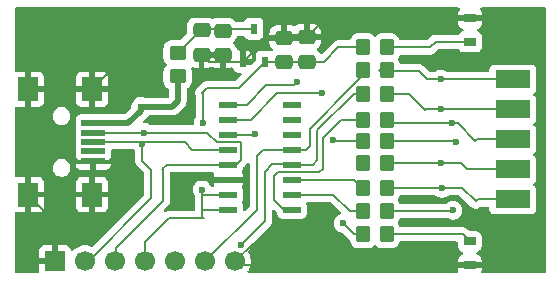
<source format=gbr>
%TF.GenerationSoftware,KiCad,Pcbnew,9.0.6*%
%TF.CreationDate,2025-12-15T15:35:09+00:00*%
%TF.ProjectId,_2 Blaster,a3322042-6c61-4737-9465-722e6b696361,rev?*%
%TF.SameCoordinates,Original*%
%TF.FileFunction,Copper,L1,Top*%
%TF.FilePolarity,Positive*%
%FSLAX46Y46*%
G04 Gerber Fmt 4.6, Leading zero omitted, Abs format (unit mm)*
G04 Created by KiCad (PCBNEW 9.0.6) date 2025-12-15 15:35:09*
%MOMM*%
%LPD*%
G01*
G04 APERTURE LIST*
G04 Aperture macros list*
%AMRoundRect*
0 Rectangle with rounded corners*
0 $1 Rounding radius*
0 $2 $3 $4 $5 $6 $7 $8 $9 X,Y pos of 4 corners*
0 Add a 4 corners polygon primitive as box body*
4,1,4,$2,$3,$4,$5,$6,$7,$8,$9,$2,$3,0*
0 Add four circle primitives for the rounded corners*
1,1,$1+$1,$2,$3*
1,1,$1+$1,$4,$5*
1,1,$1+$1,$6,$7*
1,1,$1+$1,$8,$9*
0 Add four rect primitives between the rounded corners*
20,1,$1+$1,$2,$3,$4,$5,0*
20,1,$1+$1,$4,$5,$6,$7,0*
20,1,$1+$1,$6,$7,$8,$9,0*
20,1,$1+$1,$8,$9,$2,$3,0*%
G04 Aperture macros list end*
%TA.AperFunction,SMDPad,CuDef*%
%ADD10RoundRect,0.250000X0.475000X-0.337500X0.475000X0.337500X-0.475000X0.337500X-0.475000X-0.337500X0*%
%TD*%
%TA.AperFunction,SMDPad,CuDef*%
%ADD11RoundRect,0.250000X-0.350000X-0.450000X0.350000X-0.450000X0.350000X0.450000X-0.350000X0.450000X0*%
%TD*%
%TA.AperFunction,SMDPad,CuDef*%
%ADD12R,1.000000X0.800000*%
%TD*%
%TA.AperFunction,SMDPad,CuDef*%
%ADD13R,3.000000X1.524000*%
%TD*%
%TA.AperFunction,SMDPad,CuDef*%
%ADD14R,1.500000X0.600000*%
%TD*%
%TA.AperFunction,SMDPad,CuDef*%
%ADD15RoundRect,0.250000X0.450000X-0.350000X0.450000X0.350000X-0.450000X0.350000X-0.450000X-0.350000X0*%
%TD*%
%TA.AperFunction,SMDPad,CuDef*%
%ADD16RoundRect,0.250000X-0.475000X0.337500X-0.475000X-0.337500X0.475000X-0.337500X0.475000X0.337500X0*%
%TD*%
%TA.AperFunction,SMDPad,CuDef*%
%ADD17R,0.600000X0.900000*%
%TD*%
%TA.AperFunction,SMDPad,CuDef*%
%ADD18R,2.000000X0.500000*%
%TD*%
%TA.AperFunction,SMDPad,CuDef*%
%ADD19R,1.700000X2.000000*%
%TD*%
%TA.AperFunction,ComponentPad*%
%ADD20R,1.700000X1.700000*%
%TD*%
%TA.AperFunction,ComponentPad*%
%ADD21C,1.700000*%
%TD*%
%TA.AperFunction,ViaPad*%
%ADD22C,0.600000*%
%TD*%
%TA.AperFunction,Conductor*%
%ADD23C,0.200000*%
%TD*%
%TA.AperFunction,Conductor*%
%ADD24C,0.500000*%
%TD*%
G04 APERTURE END LIST*
D10*
%TO.P,C5,1*%
%TO.N,+3V3*%
X114233325Y-88096000D03*
%TO.P,C5,2*%
%TO.N,GND*%
X114233325Y-86021000D03*
%TD*%
D11*
%TO.P,R6,1*%
%TO.N,NCE1*%
X119000000Y-94789625D03*
%TO.P,R6,2*%
%TO.N,NCE*%
X121000000Y-94789625D03*
%TD*%
%TO.P,R5,1*%
%TO.N,TMSI*%
X119000000Y-93056075D03*
%TO.P,R5,2*%
%TO.N,TMS*%
X121000000Y-93056075D03*
%TD*%
D12*
%TO.P,D1,1,K*%
%TO.N,GND*%
X128069975Y-84410675D03*
%TO.P,D1,2,A*%
%TO.N,Net-(D1-A)*%
X128069975Y-86410675D03*
%TD*%
D11*
%TO.P,R3,1*%
%TO.N,+3V3*%
X119000000Y-86893400D03*
%TO.P,R3,2*%
%TO.N,Net-(D1-A)*%
X121000000Y-86893400D03*
%TD*%
%TO.P,R9,1*%
%TO.N,NCSI*%
X119000000Y-100764975D03*
%TO.P,R9,2*%
%TO.N,NCS*%
X121000000Y-100764975D03*
%TD*%
D13*
%TO.P,JTAG1,1,1*%
%TO.N,TCK*%
X131667250Y-89601675D03*
%TO.P,JTAG1,3,3*%
%TO.N,TDO*%
X131667250Y-92141675D03*
%TO.P,JTAG1,5,5*%
%TO.N,TMS*%
X131667250Y-94681675D03*
%TO.P,JTAG1,7,7*%
%TO.N,ASDO*%
X131667250Y-97221675D03*
%TO.P,JTAG1,9,9*%
%TO.N,TDI*%
X131667250Y-99761675D03*
%TD*%
D11*
%TO.P,R8,1*%
%TO.N,TDII*%
X119000000Y-98809175D03*
%TO.P,R8,2*%
%TO.N,TDI*%
X121000000Y-98809175D03*
%TD*%
D14*
%TO.P,U2,1,P3.2/TXD1/INT0/VBUS1/AIN3*%
%TO.N,TMSI*%
X113000000Y-100618925D03*
%TO.P,U2,2,P1.4/T2/CAP1/SCS/TIN2/UCC1/AIN1*%
%TO.N,NCSI*%
X113000000Y-99348925D03*
%TO.P,U2,3,P1.5/MOSI/PWM1/TIN3/UCC2/AIN2*%
%TO.N,TDII*%
X113000000Y-98078925D03*
%TO.P,U2,4,P1.6/MISO/RXD1/TIN4*%
%TO.N,RXD*%
X113000000Y-96808925D03*
%TO.P,U2,5,P1.7/SCK/TXD1/TIN5*%
%TO.N,TCKI*%
X113000000Y-95538925D03*
%TO.P,U2,6,RST/T2EX/CAP2*%
%TO.N,RST*%
X113000000Y-94268925D03*
%TO.P,U2,7,P3.1/PWM2/TXD*%
%TO.N,unconnected-(U2-P3.1{slash}PWM2{slash}TXD-Pad7)*%
X113000000Y-92998925D03*
%TO.P,U2,8,P3.0/PWM1/RXD*%
%TO.N,unconnected-(U2-P3.0{slash}PWM1{slash}RXD-Pad8)*%
X113000000Y-91728925D03*
%TO.P,U2,9,P1.1/T2EX/CAP2/TIN1/VBUS2/AIN0*%
%TO.N,ENABLE*%
X107600000Y-91728925D03*
%TO.P,U2,10,P3.3/INT1*%
%TO.N,ASDOI*%
X107600000Y-92998925D03*
%TO.P,U2,11,P3.4/PWM2/RXD1/T0*%
%TO.N,NCE1*%
X107600000Y-94268925D03*
%TO.P,U2,12,P3.6/UDP*%
%TO.N,DATA+*%
X107600000Y-95538925D03*
%TO.P,U2,13,P3.7/UDM*%
%TO.N,DATA-*%
X107600000Y-96808925D03*
%TO.P,U2,14,GND/VSS*%
%TO.N,GND*%
X107600000Y-98078925D03*
%TO.P,U2,15,VCC/VDD*%
%TO.N,+3V3*%
X107600000Y-99348925D03*
%TO.P,U2,16,V33*%
X107600000Y-100618925D03*
%TD*%
D15*
%TO.P,FS1,1*%
%TO.N,VIN*%
X103311325Y-89347550D03*
%TO.P,FS1,2*%
%TO.N,Net-(U1-VIN)*%
X103311325Y-87347550D03*
%TD*%
D16*
%TO.P,C7,1*%
%TO.N,Net-(U1-VIN)*%
X107114975Y-85472450D03*
%TO.P,C7,2*%
%TO.N,GND*%
X107114975Y-87547450D03*
%TD*%
%TO.P,C1,1*%
%TO.N,Net-(U1-VIN)*%
X105333800Y-85437525D03*
%TO.P,C1,2*%
%TO.N,GND*%
X105333800Y-87512525D03*
%TD*%
D17*
%TO.P,U1,1,VSS*%
%TO.N,GND*%
X108809075Y-88106250D03*
%TO.P,U1,2,VOUT*%
%TO.N,+3V3*%
X110709075Y-88106250D03*
%TO.P,U1,3,VIN*%
%TO.N,Net-(U1-VIN)*%
X109759075Y-85306250D03*
%TD*%
D18*
%TO.P,J2,1,VBUS*%
%TO.N,VIN*%
X96177025Y-93297575D03*
%TO.P,J2,2,D-*%
%TO.N,DATA-*%
X96177025Y-94097575D03*
%TO.P,J2,3,D+*%
%TO.N,DATA+*%
X96177025Y-94897575D03*
%TO.P,J2,4,ID*%
%TO.N,unconnected-(J2-ID-Pad4)*%
X96177025Y-95697575D03*
%TO.P,J2,5,GND*%
%TO.N,GND*%
X96177025Y-96497575D03*
D19*
%TO.P,J2,6,Shield*%
X96077025Y-90447575D03*
X90627025Y-90447575D03*
X96077025Y-99347575D03*
X90627025Y-99347575D03*
%TD*%
D20*
%TO.P,J1,1,Pin_1*%
%TO.N,GND*%
X92916375Y-105000000D03*
D21*
%TO.P,J1,2,Pin_2*%
%TO.N,DATA+*%
X95456375Y-105000000D03*
%TO.P,J1,3,Pin_3*%
%TO.N,DATA-*%
X97996375Y-105000000D03*
%TO.P,J1,4,Pin_4*%
%TO.N,+3V3*%
X100536375Y-105000000D03*
%TO.P,J1,5,Pin_5*%
%TO.N,RXD*%
X103076375Y-105000000D03*
%TO.P,J1,6,Pin_6*%
%TO.N,TCKI*%
X105616375Y-105000000D03*
%TO.P,J1,7,Pin_7*%
%TO.N,GND*%
X108156375Y-105000000D03*
%TD*%
D10*
%TO.P,C2,1*%
%TO.N,+3V3*%
X112312450Y-88165850D03*
%TO.P,C2,2*%
%TO.N,GND*%
X112312450Y-86090850D03*
%TD*%
D11*
%TO.P,R11,1*%
%TO.N,ENABLE*%
X119000000Y-102711250D03*
%TO.P,R11,2*%
%TO.N,Net-(D2-A)*%
X121000000Y-102711250D03*
%TD*%
%TO.P,R4,1*%
%TO.N,RXD*%
X119000000Y-90814525D03*
%TO.P,R4,2*%
%TO.N,TDO*%
X121000000Y-90814525D03*
%TD*%
D12*
%TO.P,D2,1,K*%
%TO.N,GND*%
X128038225Y-105320975D03*
%TO.P,D2,2,A*%
%TO.N,Net-(D2-A)*%
X128038225Y-103320975D03*
%TD*%
D11*
%TO.P,R2,1*%
%TO.N,TCKI*%
X119000000Y-88817450D03*
%TO.P,R2,2*%
%TO.N,TCK*%
X121000000Y-88817450D03*
%TD*%
%TO.P,R7,1*%
%TO.N,ASDOI*%
X119000000Y-96685100D03*
%TO.P,R7,2*%
%TO.N,ASDO*%
X121000000Y-96685100D03*
%TD*%
D22*
%TO.N,+3V3*%
X105483025Y-93268800D03*
X105378250Y-98923475D03*
%TO.N,GND*%
X103625650Y-99069525D03*
X129800350Y-105302050D03*
X125555375Y-83800000D03*
X115600000Y-103500000D03*
X100034725Y-99104450D03*
%TO.N,DATA+*%
X100320475Y-95100000D03*
%TO.N,DATA-*%
X100500000Y-94097575D03*
%TO.N,VIN*%
X100200000Y-91900000D03*
%TO.N,ASDOI*%
X119000000Y-96685100D03*
X115490625Y-90763725D03*
%TO.N,ENABLE*%
X113395125Y-89858850D03*
X117344825Y-101784150D03*
%TO.N,NCE1*%
X109870875Y-94253050D03*
X116500275Y-94707075D03*
%TO.N,ASDO*%
X125600000Y-96685100D03*
%TO.N,NCS*%
X126625350Y-100666550D03*
%TO.N,TDI*%
X125700000Y-98809175D03*
%TO.N,TDO*%
X125600000Y-92141675D03*
%TO.N,TMS*%
X126500000Y-93300000D03*
%TO.N,NCE*%
X126879350Y-94865825D03*
%TO.N,TCK*%
X125600000Y-89600000D03*
%TO.N,RXD*%
X108703923Y-103603923D03*
%TD*%
D23*
%TO.N,RXD*%
X110700000Y-101607846D02*
X108703923Y-103603923D01*
X110700000Y-97400000D02*
X110700000Y-101607846D01*
X111300000Y-96800000D02*
X110700000Y-97400000D01*
X112808925Y-96800000D02*
X111300000Y-96800000D01*
%TO.N,TMSI*%
X112303800Y-100618925D02*
X113000000Y-100618925D01*
X111500000Y-99815125D02*
X112303800Y-100618925D01*
X115601750Y-97164525D02*
X115288350Y-97477925D01*
X115601750Y-94561025D02*
X115601750Y-97164525D01*
X111822075Y-97477925D02*
X111500000Y-97800000D01*
X117106700Y-93056075D02*
X115601750Y-94561025D01*
X115288350Y-97477925D02*
X111822075Y-97477925D01*
X111500000Y-97800000D02*
X111500000Y-99815125D01*
X119000000Y-93056075D02*
X117106700Y-93056075D01*
%TO.N,RXD*%
X118252875Y-90814525D02*
X119000000Y-90814525D01*
X114728625Y-96808925D02*
X115147725Y-96389825D01*
X115147725Y-93919675D02*
X118252875Y-90814525D01*
X113000000Y-96808925D02*
X114728625Y-96808925D01*
X115147725Y-96389825D02*
X115147725Y-93919675D01*
%TO.N,TCKI*%
X110000000Y-96100000D02*
X110000000Y-100616375D01*
X110561075Y-95538925D02*
X110000000Y-96100000D01*
X113000000Y-95538925D02*
X110561075Y-95538925D01*
X110000000Y-100616375D02*
X105616375Y-105000000D01*
%TO.N,Net-(U1-VIN)*%
X105352625Y-85306250D02*
X103311325Y-87347550D01*
X109759075Y-85306250D02*
X105352625Y-85306250D01*
%TO.N,+3V3*%
X105378250Y-99447350D02*
X105378250Y-98923475D01*
X100536375Y-103381175D02*
X100634800Y-103282750D01*
X105797350Y-90338275D02*
X105413175Y-90722450D01*
X105832275Y-90338275D02*
X105797350Y-90338275D01*
X105517950Y-101365050D02*
X105378250Y-101225350D01*
X105476675Y-99348925D02*
X105378250Y-99447350D01*
X116919375Y-86893400D02*
X115706525Y-88106250D01*
X105451275Y-100618925D02*
X105378250Y-100691950D01*
X105483025Y-90792300D02*
X105483025Y-93268800D01*
X115706525Y-88106250D02*
X110709075Y-88106250D01*
X105378250Y-101225350D02*
X105378250Y-100691950D01*
X100536375Y-105298875D02*
X100536375Y-103381175D01*
X119000000Y-86893400D02*
X116919375Y-86893400D01*
X105378250Y-100691950D02*
X105378250Y-99447350D01*
X107600000Y-100618925D02*
X105451275Y-100618925D01*
X105413175Y-90722450D02*
X105483025Y-90792300D01*
X100634800Y-103282750D02*
X102552500Y-101365050D01*
X102552500Y-101365050D02*
X105517950Y-101365050D01*
X107600000Y-99348925D02*
X105476675Y-99348925D01*
X110709075Y-88106250D02*
X108477050Y-90338275D01*
X108477050Y-90338275D02*
X105832275Y-90338275D01*
%TO.N,Net-(D1-A)*%
X124666375Y-86893400D02*
X125149100Y-86410675D01*
X125149100Y-86410675D02*
X128069975Y-86410675D01*
X121000000Y-86893400D02*
X124666375Y-86893400D01*
%TO.N,GND*%
X105927525Y-88106250D02*
X105333800Y-87512525D01*
X99791600Y-99347575D02*
X96077025Y-99347575D01*
X108455250Y-105298875D02*
X128016125Y-105298875D01*
X108809075Y-88106250D02*
X105927525Y-88106250D01*
X92916375Y-101636925D02*
X90627025Y-99347575D01*
X108156375Y-105000000D02*
X109656375Y-103500000D01*
X129800350Y-105302050D02*
X128057150Y-105302050D01*
X96077025Y-90447575D02*
X90627025Y-90447575D01*
X114233325Y-86021000D02*
X110894325Y-86021000D01*
X128016125Y-105298875D02*
X128038225Y-105320975D01*
X104476550Y-98078925D02*
X103625650Y-98929825D01*
X128069975Y-84410675D02*
X115843650Y-84410675D01*
X107600000Y-98078925D02*
X104476550Y-98078925D01*
X125555375Y-83800000D02*
X126166050Y-84410675D01*
X96077025Y-90447575D02*
X102222000Y-84302600D01*
X108156375Y-105000000D02*
X108455250Y-105298875D01*
X103625650Y-98929825D02*
X103625650Y-99069525D01*
X109656375Y-103500000D02*
X115600000Y-103500000D01*
X100034725Y-99104450D02*
X99791600Y-99347575D01*
X96077025Y-99347575D02*
X96077025Y-96597575D01*
X92916375Y-105298875D02*
X92916375Y-101636925D01*
X90627025Y-99347575D02*
X96077025Y-99347575D01*
X110894325Y-86021000D02*
X108809075Y-88106250D01*
X115843650Y-84410675D02*
X114233325Y-86021000D01*
X90627025Y-90447575D02*
X90627025Y-99347575D01*
X126166050Y-84410675D02*
X128069975Y-84410675D01*
X128057150Y-105302050D02*
X128038225Y-105320975D01*
X102222000Y-84302600D02*
X115916075Y-84302600D01*
X96077025Y-96597575D02*
X96177025Y-96497575D01*
%TO.N,Net-(D2-A)*%
X127428500Y-102711250D02*
X128038225Y-103320975D01*
X121000000Y-102711250D02*
X127428500Y-102711250D01*
%TO.N,DATA+*%
X107600000Y-95538925D02*
X104574975Y-95538925D01*
X103897575Y-94897575D02*
X100285550Y-94897575D01*
X100320475Y-94932500D02*
X100285550Y-94897575D01*
X104574975Y-95538925D02*
X104540050Y-95573850D01*
X101085650Y-97243900D02*
X100320475Y-96478725D01*
X100320475Y-96478725D02*
X100320475Y-95100000D01*
X100285550Y-94897575D02*
X96177025Y-94897575D01*
X103900000Y-94933800D02*
X103900000Y-94900000D01*
X104540050Y-95573850D02*
X103900000Y-94933800D01*
X95456375Y-105298875D02*
X101085650Y-99669600D01*
X100320475Y-95100000D02*
X100320475Y-94932500D01*
X101085650Y-99669600D02*
X101085650Y-97243900D01*
X103900000Y-94900000D02*
X103897575Y-94897575D01*
%TO.N,DATA-*%
X105776650Y-94097575D02*
X106617000Y-94937925D01*
X108651000Y-96412725D02*
X108254800Y-96808925D01*
X107600000Y-96808925D02*
X102396925Y-96808925D01*
X98085275Y-105209975D02*
X97996375Y-105298875D01*
X101993700Y-97212150D02*
X102063550Y-97282000D01*
X100500000Y-94097575D02*
X105776650Y-94097575D01*
X106617000Y-94937925D02*
X108651000Y-94937925D01*
X102063550Y-97282000D02*
X102063550Y-99863275D01*
X102063550Y-99863275D02*
X98085275Y-103841550D01*
X96177025Y-94097575D02*
X100500000Y-94097575D01*
X102396925Y-96808925D02*
X101993700Y-97212150D01*
X108651000Y-94937925D02*
X108651000Y-96412725D01*
X108254800Y-96808925D02*
X107600000Y-96808925D01*
X98085275Y-103841550D02*
X98085275Y-105209975D01*
D24*
%TO.N,VIN*%
X100200000Y-91900000D02*
X100200000Y-92239925D01*
X103311325Y-89347550D02*
X103311325Y-91430475D01*
X102841800Y-91900000D02*
X100200000Y-91900000D01*
X100200000Y-92239925D02*
X99142350Y-93297575D01*
X103311325Y-91430475D02*
X102841800Y-91900000D01*
X99142350Y-93297575D02*
X96177025Y-93297575D01*
D23*
%TO.N,TCKI*%
X118099000Y-90129365D02*
X119000000Y-89228365D01*
X114055525Y-95538925D02*
X114068225Y-95551625D01*
X118099000Y-90187350D02*
X118099000Y-90129365D01*
X114214275Y-95551625D02*
X114519075Y-95246825D01*
X114068225Y-95551625D02*
X114214275Y-95551625D01*
X113000000Y-95538925D02*
X114055525Y-95538925D01*
X119000000Y-89228365D02*
X119000000Y-88817450D01*
X114519075Y-93767275D02*
X118099000Y-90187350D01*
X114519075Y-95246825D02*
X114519075Y-93767275D01*
%TO.N,NCSI*%
X116481225Y-99348925D02*
X117897275Y-100764975D01*
X113000000Y-99348925D02*
X116481225Y-99348925D01*
X117897275Y-100764975D02*
X119000000Y-100764975D01*
%TO.N,ASDOI*%
X109521625Y-92998925D02*
X107600000Y-92998925D01*
X111756825Y-90763725D02*
X109521625Y-92998925D01*
X115490625Y-90763725D02*
X111756825Y-90763725D01*
%TO.N,TDII*%
X118269750Y-98078925D02*
X119000000Y-98809175D01*
X113000000Y-98078925D02*
X118269750Y-98078925D01*
%TO.N,ENABLE*%
X119000000Y-102711250D02*
X118271925Y-102711250D01*
X109153325Y-91728925D02*
X107600000Y-91728925D01*
X113185575Y-90068400D02*
X110813850Y-90068400D01*
X113395125Y-89858850D02*
X113185575Y-90068400D01*
X118271925Y-102711250D02*
X117344825Y-101784150D01*
X110813850Y-90068400D02*
X109153325Y-91728925D01*
%TO.N,NCE1*%
X116648500Y-94855300D02*
X116500275Y-94707075D01*
X109870875Y-94253050D02*
X109855000Y-94268925D01*
X109855000Y-94268925D02*
X107600000Y-94268925D01*
X119000000Y-94789625D02*
X118934325Y-94855300D01*
X118934325Y-94855300D02*
X116648500Y-94855300D01*
%TO.N,ASDO*%
X127821675Y-97221675D02*
X131667250Y-97221675D01*
X127320675Y-96685100D02*
X127800000Y-97164425D01*
X127800000Y-97164425D02*
X127800000Y-97200000D01*
X127800000Y-97200000D02*
X127821675Y-97221675D01*
X125600000Y-96685100D02*
X127320675Y-96685100D01*
X121000000Y-96685100D02*
X125600000Y-96685100D01*
%TO.N,NCS*%
X121000000Y-100764975D02*
X126526925Y-100764975D01*
X126526925Y-100764975D02*
X126625350Y-100666550D01*
%TO.N,TDI*%
X128717675Y-99761675D02*
X131667250Y-99761675D01*
X125700000Y-98809175D02*
X127422275Y-98809175D01*
X121000000Y-98809175D02*
X125700000Y-98809175D01*
X127422275Y-98809175D02*
X128546225Y-99933125D01*
X128546225Y-99933125D02*
X128717675Y-99761675D01*
%TO.N,TDO*%
X124266325Y-92141675D02*
X125600000Y-92141675D01*
X121000000Y-90814525D02*
X122913775Y-90814525D01*
X122913775Y-90814525D02*
X124253625Y-92154375D01*
X124253625Y-92154375D02*
X124266325Y-92141675D01*
X125600000Y-92141675D02*
X128000000Y-92141675D01*
X128000000Y-92141675D02*
X131667250Y-92141675D01*
%TO.N,TMS*%
X128635125Y-94681675D02*
X131667250Y-94681675D01*
X126500000Y-93300000D02*
X127005800Y-93300000D01*
X128511300Y-94805500D02*
X128635125Y-94681675D01*
X121243925Y-93300000D02*
X126500000Y-93300000D01*
X127005800Y-93300000D02*
X128511300Y-94805500D01*
X121000000Y-93056075D02*
X121243925Y-93300000D01*
%TO.N,NCE*%
X126803150Y-94789625D02*
X126879350Y-94865825D01*
X121000000Y-94789625D02*
X126803150Y-94789625D01*
%TO.N,TCK*%
X131667250Y-89601675D02*
X125600000Y-89601675D01*
X124421900Y-89601675D02*
X123729750Y-88909525D01*
X123729750Y-88909525D02*
X120449975Y-88909525D01*
X120357900Y-88817450D02*
X121000000Y-88817450D01*
X125600000Y-89601675D02*
X124421900Y-89601675D01*
X120449975Y-88909525D02*
X120357900Y-88817450D01*
%TO.N,RXD*%
X102895400Y-105117900D02*
X103076375Y-105298875D01*
%TD*%
%TA.AperFunction,Conductor*%
%TO.N,GND*%
G36*
X127146628Y-83520185D02*
G01*
X127192383Y-83572989D01*
X127202327Y-83642147D01*
X127178855Y-83698811D01*
X127126624Y-83768581D01*
X127126620Y-83768588D01*
X127076378Y-83903295D01*
X127076376Y-83903302D01*
X127069975Y-83962830D01*
X127069975Y-84160675D01*
X129069975Y-84160675D01*
X129069975Y-83962847D01*
X129069974Y-83962830D01*
X129063573Y-83903302D01*
X129063571Y-83903295D01*
X129013329Y-83768588D01*
X129013325Y-83768581D01*
X128961095Y-83698811D01*
X128936677Y-83633347D01*
X128951528Y-83565074D01*
X129000933Y-83515668D01*
X129060361Y-83500500D01*
X134375500Y-83500500D01*
X134442539Y-83520185D01*
X134488294Y-83572989D01*
X134499500Y-83624500D01*
X134499500Y-105875500D01*
X134479815Y-105942539D01*
X134427011Y-105988294D01*
X134375500Y-105999500D01*
X129146582Y-105999500D01*
X129079543Y-105979815D01*
X129033788Y-105927011D01*
X129023844Y-105857853D01*
X129030400Y-105832168D01*
X129031821Y-105828357D01*
X129031823Y-105828347D01*
X129038224Y-105768819D01*
X129038225Y-105768802D01*
X129038225Y-105570975D01*
X127038225Y-105570975D01*
X127038225Y-105768819D01*
X127044626Y-105828347D01*
X127044628Y-105828357D01*
X127046050Y-105832168D01*
X127046276Y-105835329D01*
X127046412Y-105835905D01*
X127046318Y-105835927D01*
X127051034Y-105901859D01*
X127017548Y-105963182D01*
X126956225Y-105996666D01*
X126929868Y-105999500D01*
X109342251Y-105999500D01*
X109275212Y-105979815D01*
X109229457Y-105927011D01*
X109219513Y-105857853D01*
X109241933Y-105802615D01*
X109310995Y-105707557D01*
X109407470Y-105518217D01*
X109473132Y-105316130D01*
X109473132Y-105316127D01*
X109506375Y-105106246D01*
X109506375Y-104893753D01*
X109473132Y-104683872D01*
X109473132Y-104683869D01*
X109407470Y-104481782D01*
X109310997Y-104292444D01*
X109304438Y-104283417D01*
X109280957Y-104217611D01*
X109296782Y-104149557D01*
X109317070Y-104122853D01*
X109325712Y-104114212D01*
X109413317Y-103983102D01*
X109422368Y-103961252D01*
X109442872Y-103911749D01*
X109473660Y-103837420D01*
X109504423Y-103682765D01*
X109504561Y-103682073D01*
X109536946Y-103620162D01*
X109538442Y-103618638D01*
X111058506Y-102098573D01*
X111058511Y-102098570D01*
X111068714Y-102088366D01*
X111068716Y-102088366D01*
X111180520Y-101976562D01*
X111200527Y-101941909D01*
X111246088Y-101862995D01*
X111246089Y-101862993D01*
X111256148Y-101845570D01*
X111259577Y-101839631D01*
X111300500Y-101686903D01*
X111300500Y-101528789D01*
X111300500Y-100764222D01*
X111320185Y-100697183D01*
X111372989Y-100651428D01*
X111442147Y-100641484D01*
X111505703Y-100670509D01*
X111512181Y-100676541D01*
X111713181Y-100877541D01*
X111746666Y-100938864D01*
X111749316Y-100963489D01*
X111749324Y-100963489D01*
X111749331Y-100963633D01*
X111749500Y-100965197D01*
X111749500Y-100966782D01*
X111749501Y-100966802D01*
X111755908Y-101026408D01*
X111806202Y-101161253D01*
X111806206Y-101161260D01*
X111892452Y-101276469D01*
X111892455Y-101276472D01*
X112007664Y-101362718D01*
X112007671Y-101362722D01*
X112142517Y-101413016D01*
X112142516Y-101413016D01*
X112149444Y-101413760D01*
X112202127Y-101419425D01*
X113797872Y-101419424D01*
X113857483Y-101413016D01*
X113992331Y-101362721D01*
X114107546Y-101276471D01*
X114193796Y-101161256D01*
X114244091Y-101026408D01*
X114250500Y-100966798D01*
X114250499Y-100271053D01*
X114244091Y-100211442D01*
X114237856Y-100194725D01*
X114208777Y-100116757D01*
X114203793Y-100047066D01*
X114237279Y-99985743D01*
X114298602Y-99952259D01*
X114324959Y-99949425D01*
X116181128Y-99949425D01*
X116248167Y-99969110D01*
X116268809Y-99985744D01*
X117111731Y-100828666D01*
X117145216Y-100889989D01*
X117140232Y-100959681D01*
X117098360Y-101015614D01*
X117071503Y-101030908D01*
X116965649Y-101074754D01*
X116965639Y-101074759D01*
X116834536Y-101162360D01*
X116834532Y-101162363D01*
X116723038Y-101273857D01*
X116723035Y-101273861D01*
X116635434Y-101404964D01*
X116635427Y-101404977D01*
X116575089Y-101550648D01*
X116575086Y-101550660D01*
X116544325Y-101705303D01*
X116544325Y-101862993D01*
X116575086Y-102017639D01*
X116575089Y-102017651D01*
X116635427Y-102163322D01*
X116635434Y-102163335D01*
X116723035Y-102294438D01*
X116723038Y-102294442D01*
X116834532Y-102405936D01*
X116834536Y-102405939D01*
X116965639Y-102493540D01*
X116965652Y-102493547D01*
X117111323Y-102553885D01*
X117111328Y-102553887D01*
X117159299Y-102563429D01*
X117266674Y-102584788D01*
X117328585Y-102617173D01*
X117330164Y-102618724D01*
X117791403Y-103079963D01*
X117791405Y-103079966D01*
X117865669Y-103154230D01*
X117870631Y-103163317D01*
X117899152Y-103215550D01*
X117901344Y-103229307D01*
X117910001Y-103314047D01*
X117910001Y-103314049D01*
X117950329Y-103435750D01*
X117965186Y-103480584D01*
X118057288Y-103629906D01*
X118181344Y-103753962D01*
X118330666Y-103846064D01*
X118497203Y-103901249D01*
X118599991Y-103911750D01*
X119400008Y-103911749D01*
X119400016Y-103911748D01*
X119400019Y-103911748D01*
X119456302Y-103905998D01*
X119502797Y-103901249D01*
X119669334Y-103846064D01*
X119818656Y-103753962D01*
X119912319Y-103660299D01*
X119973642Y-103626814D01*
X120043334Y-103631798D01*
X120087681Y-103660299D01*
X120181344Y-103753962D01*
X120330666Y-103846064D01*
X120497203Y-103901249D01*
X120599991Y-103911750D01*
X121400008Y-103911749D01*
X121400016Y-103911748D01*
X121400019Y-103911748D01*
X121456302Y-103905998D01*
X121502797Y-103901249D01*
X121669334Y-103846064D01*
X121818656Y-103753962D01*
X121942712Y-103629906D01*
X122034814Y-103480584D01*
X122062595Y-103396745D01*
X122102368Y-103339301D01*
X122166884Y-103312478D01*
X122180301Y-103311750D01*
X126913725Y-103311750D01*
X126980764Y-103331435D01*
X127026519Y-103384239D01*
X127037725Y-103435750D01*
X127037725Y-103768844D01*
X127037726Y-103768851D01*
X127044133Y-103828458D01*
X127094427Y-103963303D01*
X127094431Y-103963310D01*
X127180677Y-104078519D01*
X127180680Y-104078522D01*
X127295889Y-104164768D01*
X127295896Y-104164772D01*
X127403912Y-104205059D01*
X127459845Y-104246930D01*
X127484263Y-104312394D01*
X127469412Y-104380667D01*
X127420007Y-104430073D01*
X127403913Y-104437423D01*
X127296136Y-104477621D01*
X127296131Y-104477624D01*
X127181037Y-104563784D01*
X127181034Y-104563787D01*
X127094874Y-104678881D01*
X127094870Y-104678888D01*
X127044628Y-104813595D01*
X127044626Y-104813602D01*
X127038225Y-104873130D01*
X127038225Y-105070975D01*
X129038225Y-105070975D01*
X129038225Y-104873147D01*
X129038224Y-104873130D01*
X129031823Y-104813602D01*
X129031821Y-104813595D01*
X128981579Y-104678888D01*
X128981575Y-104678881D01*
X128895415Y-104563787D01*
X128895412Y-104563784D01*
X128780318Y-104477624D01*
X128780311Y-104477620D01*
X128672537Y-104437423D01*
X128616603Y-104395552D01*
X128592186Y-104330087D01*
X128607038Y-104261814D01*
X128656443Y-104212409D01*
X128672538Y-104205059D01*
X128780551Y-104164773D01*
X128780551Y-104164772D01*
X128780556Y-104164771D01*
X128895771Y-104078521D01*
X128982021Y-103963306D01*
X129032316Y-103828458D01*
X129038725Y-103768848D01*
X129038724Y-102873103D01*
X129032316Y-102813492D01*
X128982021Y-102678644D01*
X128982020Y-102678643D01*
X128982018Y-102678639D01*
X128895772Y-102563430D01*
X128895769Y-102563427D01*
X128780560Y-102477181D01*
X128780553Y-102477177D01*
X128645707Y-102426883D01*
X128645708Y-102426883D01*
X128586108Y-102420476D01*
X128586106Y-102420475D01*
X128586098Y-102420475D01*
X128586090Y-102420475D01*
X128038322Y-102420475D01*
X128008881Y-102411830D01*
X127978895Y-102405307D01*
X127973879Y-102401552D01*
X127971283Y-102400790D01*
X127950641Y-102384156D01*
X127916090Y-102349605D01*
X127916088Y-102349602D01*
X127797217Y-102230731D01*
X127797216Y-102230730D01*
X127710404Y-102180610D01*
X127710404Y-102180609D01*
X127710400Y-102180608D01*
X127660285Y-102151673D01*
X127507557Y-102110749D01*
X127349443Y-102110749D01*
X127341847Y-102110749D01*
X127341831Y-102110750D01*
X122180301Y-102110750D01*
X122113262Y-102091065D01*
X122067507Y-102038261D01*
X122062595Y-102025754D01*
X122054680Y-102001869D01*
X122034814Y-101941916D01*
X121986135Y-101862995D01*
X121949259Y-101803208D01*
X121930819Y-101735816D01*
X121949258Y-101673017D01*
X122034814Y-101534309D01*
X122062595Y-101450470D01*
X122102368Y-101393026D01*
X122166884Y-101366203D01*
X122180301Y-101365475D01*
X126196231Y-101365475D01*
X126243683Y-101374914D01*
X126351144Y-101419425D01*
X126391853Y-101436287D01*
X126546503Y-101467049D01*
X126546506Y-101467050D01*
X126546508Y-101467050D01*
X126704194Y-101467050D01*
X126704195Y-101467049D01*
X126858847Y-101436287D01*
X127004529Y-101375944D01*
X127135639Y-101288339D01*
X127247139Y-101176839D01*
X127334744Y-101045729D01*
X127395087Y-100900047D01*
X127425850Y-100745392D01*
X127425850Y-100587708D01*
X127425850Y-100587705D01*
X127425849Y-100587703D01*
X127395087Y-100433053D01*
X127379492Y-100395402D01*
X127334747Y-100287377D01*
X127334740Y-100287364D01*
X127247139Y-100156261D01*
X127247136Y-100156257D01*
X127135642Y-100044763D01*
X127135638Y-100044760D01*
X127004535Y-99957159D01*
X127004522Y-99957152D01*
X126858851Y-99896814D01*
X126858839Y-99896811D01*
X126704195Y-99866050D01*
X126704192Y-99866050D01*
X126546508Y-99866050D01*
X126546505Y-99866050D01*
X126391860Y-99896811D01*
X126391848Y-99896814D01*
X126246177Y-99957152D01*
X126246164Y-99957159D01*
X126115061Y-100044760D01*
X126115057Y-100044763D01*
X126031665Y-100128156D01*
X125970342Y-100161641D01*
X125943984Y-100164475D01*
X122180301Y-100164475D01*
X122113262Y-100144790D01*
X122067507Y-100091986D01*
X122062595Y-100079479D01*
X122034814Y-99995641D01*
X121946320Y-99852168D01*
X121927881Y-99784779D01*
X121946319Y-99721981D01*
X122034814Y-99578509D01*
X122062595Y-99494670D01*
X122102368Y-99437226D01*
X122166884Y-99410403D01*
X122180301Y-99409675D01*
X125120234Y-99409675D01*
X125187273Y-99429360D01*
X125189125Y-99430573D01*
X125320814Y-99518565D01*
X125320827Y-99518572D01*
X125465523Y-99578506D01*
X125466503Y-99578912D01*
X125560328Y-99597575D01*
X125621153Y-99609674D01*
X125621156Y-99609675D01*
X125621158Y-99609675D01*
X125778844Y-99609675D01*
X125778845Y-99609674D01*
X125933497Y-99578912D01*
X126079179Y-99518569D01*
X126102128Y-99503235D01*
X126210875Y-99430573D01*
X126277553Y-99409695D01*
X126279766Y-99409675D01*
X127122178Y-99409675D01*
X127189217Y-99429360D01*
X127209859Y-99445994D01*
X128065706Y-100301841D01*
X128177509Y-100413644D01*
X128314440Y-100492702D01*
X128467168Y-100533626D01*
X128467171Y-100533626D01*
X128625279Y-100533626D01*
X128625282Y-100533626D01*
X128778010Y-100492702D01*
X128914941Y-100413644D01*
X128930091Y-100398494D01*
X128991414Y-100365009D01*
X129017772Y-100362175D01*
X129542751Y-100362175D01*
X129609790Y-100381860D01*
X129655545Y-100434664D01*
X129666751Y-100486175D01*
X129666751Y-100571551D01*
X129673158Y-100631158D01*
X129723452Y-100766003D01*
X129723456Y-100766010D01*
X129809702Y-100881219D01*
X129809705Y-100881222D01*
X129924914Y-100967468D01*
X129924921Y-100967472D01*
X130059767Y-101017766D01*
X130059766Y-101017766D01*
X130066694Y-101018510D01*
X130119377Y-101024175D01*
X133215122Y-101024174D01*
X133274733Y-101017766D01*
X133409581Y-100967471D01*
X133524796Y-100881221D01*
X133611046Y-100766006D01*
X133661341Y-100631158D01*
X133667750Y-100571548D01*
X133667749Y-98951803D01*
X133661341Y-98892192D01*
X133633775Y-98818285D01*
X133611047Y-98757346D01*
X133611043Y-98757339D01*
X133547065Y-98671877D01*
X133524796Y-98642129D01*
X133456416Y-98590940D01*
X133414547Y-98535008D01*
X133409563Y-98465316D01*
X133443048Y-98403993D01*
X133456411Y-98392413D01*
X133524796Y-98341221D01*
X133611046Y-98226006D01*
X133661341Y-98091158D01*
X133667750Y-98031548D01*
X133667749Y-96411803D01*
X133661341Y-96352192D01*
X133659432Y-96347075D01*
X133611047Y-96217346D01*
X133611043Y-96217339D01*
X133547645Y-96132651D01*
X133524796Y-96102129D01*
X133456416Y-96050940D01*
X133414547Y-95995008D01*
X133409563Y-95925316D01*
X133443048Y-95863993D01*
X133456411Y-95852413D01*
X133524796Y-95801221D01*
X133611046Y-95686006D01*
X133661341Y-95551158D01*
X133667750Y-95491548D01*
X133667749Y-93871803D01*
X133661341Y-93812192D01*
X133635443Y-93742757D01*
X133611047Y-93677346D01*
X133611043Y-93677339D01*
X133524797Y-93562131D01*
X133524798Y-93562131D01*
X133524796Y-93562129D01*
X133456416Y-93510940D01*
X133414547Y-93455008D01*
X133409563Y-93385316D01*
X133443048Y-93323993D01*
X133456411Y-93312413D01*
X133524796Y-93261221D01*
X133611046Y-93146006D01*
X133661341Y-93011158D01*
X133667750Y-92951548D01*
X133667749Y-91331803D01*
X133661341Y-91272192D01*
X133630911Y-91190606D01*
X133611047Y-91137346D01*
X133611043Y-91137339D01*
X133536350Y-91037563D01*
X133524796Y-91022129D01*
X133456416Y-90970940D01*
X133414547Y-90915008D01*
X133409563Y-90845316D01*
X133443048Y-90783993D01*
X133456411Y-90772413D01*
X133524796Y-90721221D01*
X133611046Y-90606006D01*
X133661341Y-90471158D01*
X133667750Y-90411548D01*
X133667749Y-88791803D01*
X133661341Y-88732192D01*
X133656394Y-88718929D01*
X133611047Y-88597346D01*
X133611043Y-88597339D01*
X133524797Y-88482130D01*
X133524794Y-88482127D01*
X133409585Y-88395881D01*
X133409578Y-88395877D01*
X133274732Y-88345583D01*
X133274733Y-88345583D01*
X133215133Y-88339176D01*
X133215131Y-88339175D01*
X133215123Y-88339175D01*
X133215114Y-88339175D01*
X130119379Y-88339175D01*
X130119373Y-88339176D01*
X130059766Y-88345583D01*
X129924921Y-88395877D01*
X129924914Y-88395881D01*
X129809705Y-88482127D01*
X129809702Y-88482130D01*
X129723456Y-88597339D01*
X129723452Y-88597346D01*
X129673158Y-88732192D01*
X129670295Y-88758828D01*
X129666751Y-88791798D01*
X129666750Y-88791810D01*
X129666750Y-88877175D01*
X129647065Y-88944214D01*
X129594261Y-88989969D01*
X129542750Y-89001175D01*
X126182272Y-89001175D01*
X126115233Y-88981490D01*
X126113381Y-88980277D01*
X125979185Y-88890609D01*
X125979172Y-88890602D01*
X125833501Y-88830264D01*
X125833489Y-88830261D01*
X125678845Y-88799500D01*
X125678842Y-88799500D01*
X125521158Y-88799500D01*
X125521155Y-88799500D01*
X125366510Y-88830261D01*
X125366498Y-88830264D01*
X125220827Y-88890602D01*
X125220814Y-88890609D01*
X125086619Y-88980277D01*
X125019942Y-89001155D01*
X125017728Y-89001175D01*
X124721997Y-89001175D01*
X124654958Y-88981490D01*
X124634316Y-88964856D01*
X124217340Y-88547880D01*
X124217338Y-88547877D01*
X124098467Y-88429006D01*
X124098466Y-88429005D01*
X124011654Y-88378885D01*
X124011654Y-88378884D01*
X124011650Y-88378883D01*
X123961535Y-88349948D01*
X123808807Y-88309024D01*
X123650693Y-88309024D01*
X123643097Y-88309024D01*
X123643081Y-88309025D01*
X122210466Y-88309025D01*
X122143427Y-88289340D01*
X122097672Y-88236536D01*
X122092514Y-88220952D01*
X122092129Y-88221080D01*
X122073945Y-88166206D01*
X122034814Y-88048116D01*
X121956112Y-87920519D01*
X121937673Y-87853129D01*
X121956113Y-87790329D01*
X122034814Y-87662734D01*
X122062595Y-87578895D01*
X122102368Y-87521451D01*
X122166884Y-87494628D01*
X122180301Y-87493900D01*
X124579706Y-87493900D01*
X124579722Y-87493901D01*
X124587318Y-87493901D01*
X124745429Y-87493901D01*
X124745432Y-87493901D01*
X124898160Y-87452977D01*
X124965810Y-87413919D01*
X125035091Y-87373920D01*
X125146895Y-87262116D01*
X125146895Y-87262114D01*
X125157096Y-87251914D01*
X125157099Y-87251909D01*
X125361517Y-87047491D01*
X125422839Y-87014009D01*
X125449197Y-87011175D01*
X127032795Y-87011175D01*
X127099834Y-87030860D01*
X127132060Y-87060862D01*
X127212429Y-87168221D01*
X127228745Y-87180435D01*
X127327639Y-87254468D01*
X127327646Y-87254472D01*
X127462492Y-87304766D01*
X127462491Y-87304766D01*
X127469419Y-87305510D01*
X127522102Y-87311175D01*
X128617847Y-87311174D01*
X128677458Y-87304766D01*
X128812306Y-87254471D01*
X128927521Y-87168221D01*
X129013771Y-87053006D01*
X129064066Y-86918158D01*
X129070475Y-86858548D01*
X129070474Y-85962803D01*
X129064527Y-85907478D01*
X129064066Y-85903191D01*
X129013772Y-85768346D01*
X129013768Y-85768339D01*
X128927522Y-85653130D01*
X128927519Y-85653127D01*
X128812310Y-85566881D01*
X128812303Y-85566877D01*
X128704287Y-85526590D01*
X128648353Y-85484719D01*
X128623936Y-85419255D01*
X128638788Y-85350982D01*
X128688193Y-85301576D01*
X128704288Y-85294226D01*
X128812059Y-85254030D01*
X128812068Y-85254025D01*
X128927162Y-85167865D01*
X128927165Y-85167862D01*
X129013325Y-85052768D01*
X129013329Y-85052761D01*
X129063571Y-84918054D01*
X129063573Y-84918047D01*
X129069974Y-84858519D01*
X129069975Y-84858502D01*
X129069975Y-84660675D01*
X127069975Y-84660675D01*
X127069975Y-84858519D01*
X127076376Y-84918047D01*
X127076378Y-84918054D01*
X127126620Y-85052761D01*
X127126624Y-85052768D01*
X127212784Y-85167862D01*
X127212787Y-85167865D01*
X127327881Y-85254025D01*
X127327888Y-85254029D01*
X127435662Y-85294226D01*
X127491596Y-85336097D01*
X127516013Y-85401561D01*
X127501162Y-85469834D01*
X127451757Y-85519240D01*
X127435662Y-85526590D01*
X127327646Y-85566877D01*
X127327639Y-85566881D01*
X127212431Y-85653127D01*
X127212430Y-85653128D01*
X127212429Y-85653129D01*
X127132062Y-85760486D01*
X127076128Y-85802357D01*
X127032795Y-85810175D01*
X125070042Y-85810175D01*
X124917314Y-85851098D01*
X124917313Y-85851098D01*
X124895429Y-85863732D01*
X124895430Y-85863733D01*
X124780387Y-85930152D01*
X124780382Y-85930156D01*
X124668578Y-86041961D01*
X124453959Y-86256581D01*
X124392636Y-86290066D01*
X124366278Y-86292900D01*
X122180301Y-86292900D01*
X122113262Y-86273215D01*
X122067507Y-86220411D01*
X122062595Y-86207904D01*
X122034814Y-86124066D01*
X121942712Y-85974744D01*
X121818656Y-85850688D01*
X121694055Y-85773834D01*
X121669336Y-85758587D01*
X121669331Y-85758585D01*
X121667862Y-85758098D01*
X121502797Y-85703401D01*
X121502795Y-85703400D01*
X121400010Y-85692900D01*
X120599998Y-85692900D01*
X120599980Y-85692901D01*
X120497203Y-85703400D01*
X120497200Y-85703401D01*
X120330668Y-85758585D01*
X120330663Y-85758587D01*
X120181342Y-85850689D01*
X120087681Y-85944351D01*
X120026358Y-85977836D01*
X119956666Y-85972852D01*
X119912319Y-85944351D01*
X119818657Y-85850689D01*
X119818656Y-85850688D01*
X119694055Y-85773834D01*
X119669336Y-85758587D01*
X119669331Y-85758585D01*
X119667862Y-85758098D01*
X119502797Y-85703401D01*
X119502795Y-85703400D01*
X119400010Y-85692900D01*
X118599998Y-85692900D01*
X118599980Y-85692901D01*
X118497203Y-85703400D01*
X118497200Y-85703401D01*
X118330668Y-85758585D01*
X118330663Y-85758587D01*
X118181342Y-85850689D01*
X118057289Y-85974742D01*
X117965187Y-86124063D01*
X117965186Y-86124066D01*
X117940009Y-86200047D01*
X117937405Y-86207904D01*
X117897632Y-86265349D01*
X117833116Y-86292172D01*
X117819699Y-86292900D01*
X117006044Y-86292900D01*
X117006028Y-86292899D01*
X116998432Y-86292899D01*
X116840318Y-86292899D01*
X116732962Y-86321665D01*
X116687585Y-86333824D01*
X116687584Y-86333825D01*
X116637471Y-86362759D01*
X116637470Y-86362760D01*
X116594064Y-86387820D01*
X116550660Y-86412879D01*
X116550657Y-86412881D01*
X115554096Y-87409443D01*
X115492773Y-87442928D01*
X115423081Y-87437944D01*
X115367148Y-87396072D01*
X115360876Y-87386859D01*
X115317870Y-87317135D01*
X115301037Y-87289844D01*
X115176981Y-87165788D01*
X115173667Y-87163743D01*
X115171871Y-87161748D01*
X115171314Y-87161307D01*
X115171389Y-87161211D01*
X115126943Y-87111797D01*
X115115722Y-87042834D01*
X115143565Y-86978752D01*
X115173673Y-86952665D01*
X115176667Y-86950818D01*
X115300640Y-86826845D01*
X115392681Y-86677624D01*
X115392683Y-86677619D01*
X115447830Y-86511197D01*
X115447831Y-86511190D01*
X115458324Y-86408486D01*
X115458325Y-86408473D01*
X115458325Y-86271000D01*
X113667450Y-86271000D01*
X113633919Y-86304531D01*
X113572596Y-86338016D01*
X113546238Y-86340850D01*
X111087451Y-86340850D01*
X111087451Y-86478336D01*
X111097944Y-86581047D01*
X111153091Y-86747469D01*
X111153093Y-86747474D01*
X111245134Y-86896695D01*
X111341926Y-86993487D01*
X111375411Y-87054810D01*
X111370427Y-87124502D01*
X111328555Y-87180435D01*
X111263091Y-87204852D01*
X111210912Y-87197350D01*
X111116561Y-87162160D01*
X111116560Y-87162159D01*
X111116558Y-87162159D01*
X111056948Y-87155750D01*
X111056938Y-87155750D01*
X110361204Y-87155750D01*
X110361198Y-87155751D01*
X110301591Y-87162158D01*
X110166746Y-87212452D01*
X110166739Y-87212456D01*
X110051530Y-87298702D01*
X110051527Y-87298705D01*
X109965281Y-87413914D01*
X109965279Y-87413919D01*
X109914983Y-87548767D01*
X109908576Y-87608366D01*
X109908575Y-87608385D01*
X109908575Y-88006152D01*
X109888890Y-88073191D01*
X109872256Y-88093833D01*
X109646158Y-88319931D01*
X109584835Y-88353416D01*
X109558477Y-88356250D01*
X108933075Y-88356250D01*
X108866036Y-88336565D01*
X108820281Y-88283761D01*
X108809075Y-88232250D01*
X108809075Y-88106250D01*
X108683075Y-88106250D01*
X108616036Y-88086565D01*
X108570281Y-88033761D01*
X108559075Y-87982250D01*
X108559075Y-87856250D01*
X109059075Y-87856250D01*
X109609075Y-87856250D01*
X109609075Y-87608422D01*
X109609074Y-87608405D01*
X109602673Y-87548877D01*
X109602671Y-87548870D01*
X109552429Y-87414163D01*
X109552425Y-87414156D01*
X109466265Y-87299062D01*
X109466262Y-87299059D01*
X109351168Y-87212899D01*
X109351161Y-87212895D01*
X109216454Y-87162653D01*
X109216447Y-87162651D01*
X109156919Y-87156250D01*
X109059075Y-87156250D01*
X109059075Y-87856250D01*
X108559075Y-87856250D01*
X108559075Y-87196150D01*
X108414156Y-87151028D01*
X108405528Y-87145282D01*
X108395332Y-87143426D01*
X108376944Y-87126249D01*
X108356000Y-87112303D01*
X108351848Y-87102806D01*
X108344274Y-87095731D01*
X108331739Y-87063638D01*
X108331611Y-87063681D01*
X108330797Y-87061225D01*
X108329766Y-87058585D01*
X108329480Y-87057252D01*
X108274333Y-86890830D01*
X108274331Y-86890825D01*
X108182290Y-86741604D01*
X108058319Y-86617633D01*
X108058316Y-86617631D01*
X108055314Y-86615779D01*
X108053688Y-86613971D01*
X108052652Y-86613152D01*
X108052792Y-86612974D01*
X108008592Y-86563830D01*
X107997372Y-86494867D01*
X108025218Y-86430786D01*
X108055319Y-86404704D01*
X108058631Y-86402662D01*
X108182687Y-86278606D01*
X108274789Y-86129284D01*
X108320365Y-85991744D01*
X108360136Y-85934301D01*
X108424652Y-85907478D01*
X108438070Y-85906750D01*
X108894934Y-85906750D01*
X108961973Y-85926435D01*
X109007728Y-85979239D01*
X109011105Y-85987390D01*
X109015279Y-85998581D01*
X109015280Y-85998582D01*
X109015281Y-85998585D01*
X109101527Y-86113794D01*
X109101530Y-86113797D01*
X109216739Y-86200043D01*
X109216746Y-86200047D01*
X109237812Y-86207904D01*
X109351592Y-86250341D01*
X109411202Y-86256750D01*
X110106947Y-86256749D01*
X110166558Y-86250341D01*
X110301406Y-86200046D01*
X110416621Y-86113796D01*
X110502871Y-85998581D01*
X110553166Y-85863733D01*
X110559575Y-85804123D01*
X110559575Y-85703363D01*
X111087450Y-85703363D01*
X111087450Y-85840850D01*
X112062450Y-85840850D01*
X112062450Y-85003350D01*
X112562450Y-85003350D01*
X112562450Y-85840850D01*
X112878325Y-85840850D01*
X112911856Y-85807319D01*
X112973179Y-85773834D01*
X112999537Y-85771000D01*
X113983325Y-85771000D01*
X114483325Y-85771000D01*
X115458324Y-85771000D01*
X115458324Y-85633528D01*
X115458323Y-85633513D01*
X115447830Y-85530802D01*
X115392683Y-85364380D01*
X115392681Y-85364375D01*
X115300640Y-85215154D01*
X115176670Y-85091184D01*
X115027449Y-84999143D01*
X115027444Y-84999141D01*
X114861022Y-84943994D01*
X114861015Y-84943993D01*
X114758311Y-84933500D01*
X114483325Y-84933500D01*
X114483325Y-85771000D01*
X113983325Y-85771000D01*
X113983325Y-84933500D01*
X113708354Y-84933500D01*
X113708337Y-84933501D01*
X113605627Y-84943994D01*
X113439205Y-84999141D01*
X113439200Y-84999143D01*
X113283834Y-85094975D01*
X113282521Y-85092846D01*
X113228633Y-85114560D01*
X113159996Y-85101490D01*
X113151474Y-85096687D01*
X113106578Y-85068996D01*
X113106569Y-85068991D01*
X112940147Y-85013844D01*
X112940140Y-85013843D01*
X112837436Y-85003350D01*
X112562450Y-85003350D01*
X112062450Y-85003350D01*
X111787479Y-85003350D01*
X111787462Y-85003351D01*
X111684752Y-85013844D01*
X111518330Y-85068991D01*
X111518325Y-85068993D01*
X111369104Y-85161034D01*
X111245134Y-85285004D01*
X111153093Y-85434225D01*
X111153091Y-85434230D01*
X111097944Y-85600652D01*
X111097943Y-85600659D01*
X111087450Y-85703363D01*
X110559575Y-85703363D01*
X110559574Y-85301576D01*
X110559574Y-84808379D01*
X110559573Y-84808373D01*
X110553166Y-84748766D01*
X110502872Y-84613921D01*
X110502868Y-84613914D01*
X110416622Y-84498705D01*
X110416619Y-84498702D01*
X110301410Y-84412456D01*
X110301403Y-84412452D01*
X110166561Y-84362160D01*
X110166560Y-84362159D01*
X110166558Y-84362159D01*
X110106948Y-84355750D01*
X110106938Y-84355750D01*
X109411204Y-84355750D01*
X109411198Y-84355751D01*
X109351591Y-84362158D01*
X109216746Y-84412452D01*
X109216739Y-84412456D01*
X109101530Y-84498702D01*
X109101527Y-84498705D01*
X109015281Y-84613914D01*
X109015279Y-84613918D01*
X109015279Y-84613919D01*
X109011114Y-84625084D01*
X108969246Y-84681016D01*
X108903782Y-84705434D01*
X108894934Y-84705750D01*
X108273505Y-84705750D01*
X108206466Y-84686065D01*
X108185824Y-84669431D01*
X108058632Y-84542239D01*
X108058631Y-84542238D01*
X107942051Y-84470331D01*
X107909311Y-84450137D01*
X107909306Y-84450135D01*
X107907837Y-84449648D01*
X107742772Y-84394951D01*
X107742770Y-84394950D01*
X107639985Y-84384450D01*
X106589973Y-84384450D01*
X106589955Y-84384451D01*
X106487178Y-84394950D01*
X106487175Y-84394951D01*
X106320638Y-84450137D01*
X106317790Y-84451894D01*
X106315562Y-84452503D01*
X106314090Y-84453190D01*
X106313972Y-84452938D01*
X106250397Y-84470331D01*
X106187603Y-84451891D01*
X106128134Y-84415211D01*
X105961597Y-84360026D01*
X105961595Y-84360025D01*
X105858810Y-84349525D01*
X104808798Y-84349525D01*
X104808780Y-84349526D01*
X104706003Y-84360025D01*
X104706000Y-84360026D01*
X104539468Y-84415210D01*
X104539463Y-84415212D01*
X104390142Y-84507314D01*
X104266089Y-84631367D01*
X104173987Y-84780688D01*
X104173986Y-84780691D01*
X104118801Y-84947228D01*
X104118801Y-84947229D01*
X104118800Y-84947229D01*
X104108300Y-85050008D01*
X104108300Y-85649977D01*
X104088615Y-85717016D01*
X104071981Y-85737658D01*
X103598907Y-86210731D01*
X103537584Y-86244216D01*
X103511226Y-86247050D01*
X102811323Y-86247050D01*
X102811305Y-86247051D01*
X102708528Y-86257550D01*
X102708525Y-86257551D01*
X102541993Y-86312735D01*
X102541988Y-86312737D01*
X102392667Y-86404839D01*
X102268614Y-86528892D01*
X102176512Y-86678213D01*
X102176511Y-86678216D01*
X102121326Y-86844753D01*
X102121326Y-86844754D01*
X102121325Y-86844754D01*
X102110825Y-86947533D01*
X102110825Y-87747551D01*
X102110826Y-87747569D01*
X102121325Y-87850346D01*
X102121326Y-87850349D01*
X102176510Y-88016881D01*
X102176512Y-88016886D01*
X102268614Y-88166207D01*
X102362276Y-88259869D01*
X102395761Y-88321192D01*
X102390777Y-88390884D01*
X102362276Y-88435231D01*
X102268614Y-88528892D01*
X102176512Y-88678213D01*
X102176510Y-88678218D01*
X102163896Y-88716284D01*
X102121326Y-88844753D01*
X102121326Y-88844754D01*
X102121325Y-88844754D01*
X102110825Y-88947533D01*
X102110825Y-89747551D01*
X102110826Y-89747569D01*
X102121325Y-89850346D01*
X102121326Y-89850349D01*
X102161104Y-89970388D01*
X102176511Y-90016884D01*
X102268613Y-90166206D01*
X102392669Y-90290262D01*
X102501922Y-90357649D01*
X102548646Y-90409597D01*
X102560825Y-90463188D01*
X102560825Y-91025500D01*
X102541140Y-91092539D01*
X102488336Y-91138294D01*
X102436825Y-91149500D01*
X100504604Y-91149500D01*
X100457155Y-91140062D01*
X100433497Y-91130263D01*
X100433493Y-91130262D01*
X100433488Y-91130260D01*
X100278845Y-91099500D01*
X100278842Y-91099500D01*
X100121158Y-91099500D01*
X100121155Y-91099500D01*
X99966510Y-91130261D01*
X99966498Y-91130264D01*
X99820827Y-91190602D01*
X99820814Y-91190609D01*
X99689711Y-91278210D01*
X99689707Y-91278213D01*
X99578213Y-91389707D01*
X99578210Y-91389711D01*
X99490609Y-91520814D01*
X99490602Y-91520827D01*
X99430264Y-91666498D01*
X99430261Y-91666510D01*
X99399500Y-91821153D01*
X99399500Y-91927694D01*
X99379815Y-91994733D01*
X99363181Y-92015375D01*
X98867801Y-92510756D01*
X98806478Y-92544241D01*
X98780120Y-92547075D01*
X95129154Y-92547075D01*
X95129148Y-92547076D01*
X95069541Y-92553483D01*
X94934696Y-92603777D01*
X94934689Y-92603781D01*
X94819480Y-92690027D01*
X94819477Y-92690030D01*
X94733231Y-92805239D01*
X94733227Y-92805246D01*
X94691736Y-92916492D01*
X94682934Y-92940092D01*
X94676525Y-92999702D01*
X94676525Y-92999709D01*
X94676525Y-92999710D01*
X94676525Y-93595445D01*
X94676526Y-93595451D01*
X94682933Y-93655054D01*
X94684717Y-93662601D01*
X94683254Y-93662946D01*
X94687610Y-93723946D01*
X94683198Y-93738971D01*
X94682933Y-93740092D01*
X94676526Y-93799692D01*
X94676525Y-93799711D01*
X94676525Y-94395445D01*
X94676526Y-94395451D01*
X94682933Y-94455054D01*
X94684717Y-94462601D01*
X94683254Y-94462946D01*
X94687610Y-94523946D01*
X94683198Y-94538971D01*
X94682933Y-94540092D01*
X94676526Y-94599692D01*
X94676525Y-94599711D01*
X94676525Y-95195445D01*
X94676526Y-95195451D01*
X94682933Y-95255054D01*
X94684717Y-95262601D01*
X94683254Y-95262946D01*
X94687610Y-95323946D01*
X94683198Y-95338971D01*
X94682933Y-95340092D01*
X94676526Y-95399692D01*
X94676525Y-95399711D01*
X94676525Y-95995445D01*
X94676526Y-95995451D01*
X94682934Y-96055062D01*
X94684717Y-96062606D01*
X94683463Y-96062902D01*
X94687881Y-96124644D01*
X94683889Y-96138239D01*
X94683426Y-96140199D01*
X94677025Y-96199730D01*
X94677025Y-96247575D01*
X94714331Y-96247575D01*
X94781370Y-96267260D01*
X94813595Y-96297261D01*
X94819479Y-96305121D01*
X94819480Y-96305121D01*
X94819481Y-96305123D01*
X94934689Y-96391368D01*
X94934696Y-96391372D01*
X95069542Y-96441666D01*
X95069541Y-96441666D01*
X95076469Y-96442410D01*
X95129152Y-96448075D01*
X97224897Y-96448074D01*
X97284508Y-96441666D01*
X97419356Y-96391371D01*
X97534571Y-96305121D01*
X97540453Y-96297262D01*
X97596386Y-96255393D01*
X97639719Y-96247575D01*
X97677025Y-96247575D01*
X97677025Y-96199747D01*
X97677024Y-96199730D01*
X97670623Y-96140202D01*
X97668839Y-96132651D01*
X97670484Y-96132262D01*
X97666168Y-96071936D01*
X97671083Y-96055194D01*
X97671114Y-96055064D01*
X97671114Y-96055063D01*
X97671116Y-96055058D01*
X97677525Y-95995448D01*
X97677524Y-95622074D01*
X97697208Y-95555036D01*
X97750012Y-95509281D01*
X97801524Y-95498075D01*
X99557428Y-95498075D01*
X99565045Y-95500311D01*
X99572882Y-95499042D01*
X99598089Y-95510014D01*
X99624467Y-95517760D01*
X99631297Y-95524469D01*
X99636945Y-95526928D01*
X99660530Y-95553185D01*
X99699077Y-95610875D01*
X99719955Y-95677552D01*
X99719975Y-95679765D01*
X99719975Y-96392055D01*
X99719974Y-96392073D01*
X99719974Y-96557779D01*
X99719973Y-96557779D01*
X99731686Y-96601490D01*
X99753416Y-96682588D01*
X99760899Y-96710512D01*
X99778590Y-96741153D01*
X99778591Y-96741155D01*
X99839952Y-96847437D01*
X99839956Y-96847442D01*
X99958824Y-96966310D01*
X99958830Y-96966315D01*
X100448831Y-97456316D01*
X100482316Y-97517639D01*
X100485150Y-97543997D01*
X100485150Y-99369502D01*
X100465465Y-99436541D01*
X100448831Y-99457183D01*
X96159578Y-103746435D01*
X96098255Y-103779920D01*
X96028563Y-103774936D01*
X96015602Y-103769239D01*
X95974789Y-103748444D01*
X95974788Y-103748443D01*
X95974787Y-103748443D01*
X95772618Y-103682754D01*
X95772616Y-103682753D01*
X95772615Y-103682753D01*
X95611332Y-103657208D01*
X95562662Y-103649500D01*
X95350088Y-103649500D01*
X95301417Y-103657208D01*
X95140135Y-103682753D01*
X94937960Y-103748444D01*
X94748554Y-103844951D01*
X94576590Y-103969889D01*
X94462660Y-104083819D01*
X94401337Y-104117303D01*
X94331645Y-104112319D01*
X94275712Y-104070447D01*
X94258797Y-104039470D01*
X94209729Y-103907913D01*
X94209725Y-103907906D01*
X94123565Y-103792812D01*
X94123562Y-103792809D01*
X94008468Y-103706649D01*
X94008461Y-103706645D01*
X93873754Y-103656403D01*
X93873747Y-103656401D01*
X93814219Y-103650000D01*
X93166375Y-103650000D01*
X93166375Y-104566988D01*
X93109368Y-104534075D01*
X92982201Y-104500000D01*
X92850549Y-104500000D01*
X92723382Y-104534075D01*
X92666375Y-104566988D01*
X92666375Y-103650000D01*
X92018530Y-103650000D01*
X91959002Y-103656401D01*
X91958995Y-103656403D01*
X91824288Y-103706645D01*
X91824281Y-103706649D01*
X91709187Y-103792809D01*
X91709184Y-103792812D01*
X91623024Y-103907906D01*
X91623020Y-103907913D01*
X91572778Y-104042620D01*
X91572776Y-104042627D01*
X91566375Y-104102155D01*
X91566375Y-104750000D01*
X92483363Y-104750000D01*
X92450450Y-104807007D01*
X92416375Y-104934174D01*
X92416375Y-105065826D01*
X92450450Y-105192993D01*
X92483363Y-105250000D01*
X91566375Y-105250000D01*
X91566375Y-105875500D01*
X91546690Y-105942539D01*
X91493886Y-105988294D01*
X91442375Y-105999500D01*
X89624500Y-105999500D01*
X89557461Y-105979815D01*
X89511706Y-105927011D01*
X89500500Y-105875500D01*
X89500500Y-100956677D01*
X89520185Y-100889638D01*
X89572989Y-100843883D01*
X89642147Y-100833939D01*
X89667843Y-100840499D01*
X89669648Y-100841172D01*
X89669652Y-100841173D01*
X89729180Y-100847574D01*
X89729197Y-100847575D01*
X90377025Y-100847575D01*
X90877025Y-100847575D01*
X91524853Y-100847575D01*
X91524869Y-100847574D01*
X91584397Y-100841173D01*
X91584404Y-100841171D01*
X91719111Y-100790929D01*
X91719118Y-100790925D01*
X91834212Y-100704765D01*
X91834215Y-100704762D01*
X91920375Y-100589668D01*
X91920379Y-100589661D01*
X91970621Y-100454954D01*
X91970623Y-100454947D01*
X91977024Y-100395419D01*
X94727025Y-100395419D01*
X94733426Y-100454947D01*
X94733428Y-100454954D01*
X94783670Y-100589661D01*
X94783674Y-100589668D01*
X94869834Y-100704762D01*
X94869837Y-100704765D01*
X94984931Y-100790925D01*
X94984938Y-100790929D01*
X95119645Y-100841171D01*
X95119652Y-100841173D01*
X95179180Y-100847574D01*
X95179197Y-100847575D01*
X95827025Y-100847575D01*
X96327025Y-100847575D01*
X96974853Y-100847575D01*
X96974869Y-100847574D01*
X97034397Y-100841173D01*
X97034404Y-100841171D01*
X97169111Y-100790929D01*
X97169118Y-100790925D01*
X97284212Y-100704765D01*
X97284215Y-100704762D01*
X97370375Y-100589668D01*
X97370379Y-100589661D01*
X97420621Y-100454954D01*
X97420623Y-100454947D01*
X97427024Y-100395419D01*
X97427025Y-100395402D01*
X97427025Y-99597575D01*
X96327025Y-99597575D01*
X96327025Y-100847575D01*
X95827025Y-100847575D01*
X95827025Y-99597575D01*
X94727025Y-99597575D01*
X94727025Y-100395419D01*
X91977024Y-100395419D01*
X91977025Y-100395402D01*
X91977025Y-99597575D01*
X90877025Y-99597575D01*
X90877025Y-100847575D01*
X90377025Y-100847575D01*
X90377025Y-99097575D01*
X90877025Y-99097575D01*
X91977025Y-99097575D01*
X91977025Y-98299747D01*
X91977024Y-98299730D01*
X94727025Y-98299730D01*
X94727025Y-99097575D01*
X95827025Y-99097575D01*
X96327025Y-99097575D01*
X97427025Y-99097575D01*
X97427025Y-98299747D01*
X97427024Y-98299730D01*
X97420623Y-98240202D01*
X97420621Y-98240195D01*
X97370379Y-98105488D01*
X97370375Y-98105481D01*
X97284215Y-97990387D01*
X97284212Y-97990384D01*
X97169118Y-97904224D01*
X97169111Y-97904220D01*
X97034404Y-97853978D01*
X97034397Y-97853976D01*
X96974869Y-97847575D01*
X96327025Y-97847575D01*
X96327025Y-99097575D01*
X95827025Y-99097575D01*
X95827025Y-97847575D01*
X95179180Y-97847575D01*
X95119652Y-97853976D01*
X95119645Y-97853978D01*
X94984938Y-97904220D01*
X94984931Y-97904224D01*
X94869837Y-97990384D01*
X94869834Y-97990387D01*
X94783674Y-98105481D01*
X94783670Y-98105488D01*
X94733428Y-98240195D01*
X94733426Y-98240202D01*
X94727025Y-98299730D01*
X91977024Y-98299730D01*
X91970623Y-98240202D01*
X91970621Y-98240195D01*
X91920379Y-98105488D01*
X91920375Y-98105481D01*
X91834215Y-97990387D01*
X91834212Y-97990384D01*
X91719118Y-97904224D01*
X91719111Y-97904220D01*
X91584404Y-97853978D01*
X91584397Y-97853976D01*
X91524869Y-97847575D01*
X90877025Y-97847575D01*
X90877025Y-99097575D01*
X90377025Y-99097575D01*
X90377025Y-97847575D01*
X89729180Y-97847575D01*
X89669652Y-97853976D01*
X89669641Y-97853979D01*
X89667832Y-97854654D01*
X89666330Y-97854761D01*
X89662095Y-97855762D01*
X89661932Y-97855075D01*
X89598140Y-97859638D01*
X89536817Y-97826152D01*
X89503333Y-97764828D01*
X89500500Y-97738472D01*
X89500500Y-97171495D01*
X92726524Y-97171495D01*
X92755365Y-97316482D01*
X92755368Y-97316492D01*
X92811937Y-97453063D01*
X92811944Y-97453076D01*
X92894073Y-97575990D01*
X92894076Y-97575994D01*
X92998605Y-97680523D01*
X92998609Y-97680526D01*
X93121523Y-97762655D01*
X93121536Y-97762662D01*
X93258107Y-97819231D01*
X93258112Y-97819233D01*
X93258116Y-97819233D01*
X93258117Y-97819234D01*
X93403104Y-97848075D01*
X93403107Y-97848075D01*
X93550945Y-97848075D01*
X93648487Y-97828671D01*
X93695938Y-97819233D01*
X93832520Y-97762659D01*
X93955441Y-97680526D01*
X94059976Y-97575991D01*
X94142109Y-97453070D01*
X94198683Y-97316488D01*
X94213186Y-97243579D01*
X94227525Y-97171495D01*
X94227525Y-97023654D01*
X94198684Y-96878667D01*
X94198683Y-96878666D01*
X94198683Y-96878662D01*
X94164203Y-96795419D01*
X94677025Y-96795419D01*
X94683426Y-96854947D01*
X94683428Y-96854954D01*
X94733670Y-96989661D01*
X94733674Y-96989668D01*
X94819834Y-97104762D01*
X94819837Y-97104765D01*
X94934931Y-97190925D01*
X94934938Y-97190929D01*
X95069645Y-97241171D01*
X95069652Y-97241173D01*
X95129180Y-97247574D01*
X95129197Y-97247575D01*
X95927025Y-97247575D01*
X96427025Y-97247575D01*
X97224853Y-97247575D01*
X97224869Y-97247574D01*
X97284397Y-97241173D01*
X97284404Y-97241171D01*
X97419111Y-97190929D01*
X97419118Y-97190925D01*
X97534212Y-97104765D01*
X97534215Y-97104762D01*
X97620375Y-96989668D01*
X97620379Y-96989661D01*
X97670621Y-96854954D01*
X97670623Y-96854947D01*
X97677024Y-96795419D01*
X97677025Y-96795402D01*
X97677025Y-96747575D01*
X96427025Y-96747575D01*
X96427025Y-97247575D01*
X95927025Y-97247575D01*
X95927025Y-96747575D01*
X94677025Y-96747575D01*
X94677025Y-96795419D01*
X94164203Y-96795419D01*
X94158413Y-96781441D01*
X94142777Y-96743691D01*
X94142765Y-96743664D01*
X94142109Y-96742080D01*
X94142105Y-96742073D01*
X94059976Y-96619159D01*
X94059973Y-96619155D01*
X93955444Y-96514626D01*
X93955440Y-96514623D01*
X93832526Y-96432494D01*
X93832513Y-96432487D01*
X93695942Y-96375918D01*
X93695932Y-96375915D01*
X93550945Y-96347075D01*
X93550943Y-96347075D01*
X93403107Y-96347075D01*
X93403105Y-96347075D01*
X93258117Y-96375915D01*
X93258107Y-96375918D01*
X93121536Y-96432487D01*
X93121523Y-96432494D01*
X92998609Y-96514623D01*
X92998605Y-96514626D01*
X92894076Y-96619155D01*
X92894073Y-96619159D01*
X92811944Y-96742073D01*
X92811937Y-96742086D01*
X92755368Y-96878657D01*
X92755365Y-96878667D01*
X92726525Y-97023654D01*
X92726525Y-97023657D01*
X92726525Y-97171493D01*
X92726525Y-97171495D01*
X92726524Y-97171495D01*
X89500500Y-97171495D01*
X89500500Y-92771495D01*
X92726524Y-92771495D01*
X92755365Y-92916482D01*
X92755368Y-92916492D01*
X92811937Y-93053063D01*
X92811944Y-93053076D01*
X92894073Y-93175990D01*
X92894076Y-93175994D01*
X92998605Y-93280523D01*
X92998609Y-93280526D01*
X93121523Y-93362655D01*
X93121536Y-93362662D01*
X93256265Y-93418468D01*
X93258112Y-93419233D01*
X93258116Y-93419233D01*
X93258117Y-93419234D01*
X93403104Y-93448075D01*
X93403107Y-93448075D01*
X93550945Y-93448075D01*
X93664010Y-93425584D01*
X93695938Y-93419233D01*
X93818798Y-93368343D01*
X93832513Y-93362662D01*
X93832513Y-93362661D01*
X93832520Y-93362659D01*
X93955441Y-93280526D01*
X94059976Y-93175991D01*
X94142109Y-93053070D01*
X94198683Y-92916488D01*
X94219874Y-92809956D01*
X94227525Y-92771495D01*
X94227525Y-92623654D01*
X94198684Y-92478667D01*
X94198683Y-92478666D01*
X94198683Y-92478662D01*
X94189542Y-92456594D01*
X94142112Y-92342086D01*
X94142105Y-92342073D01*
X94059976Y-92219159D01*
X94059973Y-92219155D01*
X93955444Y-92114626D01*
X93955440Y-92114623D01*
X93832526Y-92032494D01*
X93832513Y-92032487D01*
X93695942Y-91975918D01*
X93695932Y-91975915D01*
X93550945Y-91947075D01*
X93550943Y-91947075D01*
X93403107Y-91947075D01*
X93403105Y-91947075D01*
X93258117Y-91975915D01*
X93258107Y-91975918D01*
X93121536Y-92032487D01*
X93121523Y-92032494D01*
X92998609Y-92114623D01*
X92998605Y-92114626D01*
X92894076Y-92219155D01*
X92894073Y-92219159D01*
X92811944Y-92342073D01*
X92811937Y-92342086D01*
X92755368Y-92478657D01*
X92755365Y-92478667D01*
X92726525Y-92623654D01*
X92726525Y-92623657D01*
X92726525Y-92771493D01*
X92726525Y-92771495D01*
X92726524Y-92771495D01*
X89500500Y-92771495D01*
X89500500Y-92056677D01*
X89520185Y-91989638D01*
X89572989Y-91943883D01*
X89642147Y-91933939D01*
X89667843Y-91940499D01*
X89669648Y-91941172D01*
X89669652Y-91941173D01*
X89729180Y-91947574D01*
X89729197Y-91947575D01*
X90377025Y-91947575D01*
X90877025Y-91947575D01*
X91524853Y-91947575D01*
X91524869Y-91947574D01*
X91584397Y-91941173D01*
X91584404Y-91941171D01*
X91719111Y-91890929D01*
X91719118Y-91890925D01*
X91834212Y-91804765D01*
X91834215Y-91804762D01*
X91920375Y-91689668D01*
X91920379Y-91689661D01*
X91970621Y-91554954D01*
X91970623Y-91554947D01*
X91977024Y-91495419D01*
X94727025Y-91495419D01*
X94733426Y-91554947D01*
X94733428Y-91554954D01*
X94783670Y-91689661D01*
X94783674Y-91689668D01*
X94869834Y-91804762D01*
X94869837Y-91804765D01*
X94984931Y-91890925D01*
X94984938Y-91890929D01*
X95119645Y-91941171D01*
X95119652Y-91941173D01*
X95179180Y-91947574D01*
X95179197Y-91947575D01*
X95827025Y-91947575D01*
X96327025Y-91947575D01*
X96974853Y-91947575D01*
X96974869Y-91947574D01*
X97034397Y-91941173D01*
X97034404Y-91941171D01*
X97169111Y-91890929D01*
X97169118Y-91890925D01*
X97284212Y-91804765D01*
X97284215Y-91804762D01*
X97370375Y-91689668D01*
X97370379Y-91689661D01*
X97420621Y-91554954D01*
X97420623Y-91554947D01*
X97427024Y-91495419D01*
X97427025Y-91495402D01*
X97427025Y-90697575D01*
X96327025Y-90697575D01*
X96327025Y-91947575D01*
X95827025Y-91947575D01*
X95827025Y-90697575D01*
X94727025Y-90697575D01*
X94727025Y-91495419D01*
X91977024Y-91495419D01*
X91977025Y-91495402D01*
X91977025Y-90697575D01*
X90877025Y-90697575D01*
X90877025Y-91947575D01*
X90377025Y-91947575D01*
X90377025Y-90197575D01*
X90877025Y-90197575D01*
X91977025Y-90197575D01*
X91977025Y-89399747D01*
X91977024Y-89399730D01*
X94727025Y-89399730D01*
X94727025Y-90197575D01*
X95827025Y-90197575D01*
X96327025Y-90197575D01*
X97427025Y-90197575D01*
X97427025Y-89399747D01*
X97427024Y-89399730D01*
X97420623Y-89340202D01*
X97420621Y-89340195D01*
X97370379Y-89205488D01*
X97370375Y-89205481D01*
X97284215Y-89090387D01*
X97284212Y-89090384D01*
X97169118Y-89004224D01*
X97169111Y-89004220D01*
X97034404Y-88953978D01*
X97034397Y-88953976D01*
X96974869Y-88947575D01*
X96327025Y-88947575D01*
X96327025Y-90197575D01*
X95827025Y-90197575D01*
X95827025Y-88947575D01*
X95179180Y-88947575D01*
X95119652Y-88953976D01*
X95119645Y-88953978D01*
X94984938Y-89004220D01*
X94984931Y-89004224D01*
X94869837Y-89090384D01*
X94869834Y-89090387D01*
X94783674Y-89205481D01*
X94783670Y-89205488D01*
X94733428Y-89340195D01*
X94733426Y-89340202D01*
X94727025Y-89399730D01*
X91977024Y-89399730D01*
X91970623Y-89340202D01*
X91970621Y-89340195D01*
X91920379Y-89205488D01*
X91920375Y-89205481D01*
X91834215Y-89090387D01*
X91834212Y-89090384D01*
X91719118Y-89004224D01*
X91719111Y-89004220D01*
X91584404Y-88953978D01*
X91584397Y-88953976D01*
X91524869Y-88947575D01*
X90877025Y-88947575D01*
X90877025Y-90197575D01*
X90377025Y-90197575D01*
X90377025Y-88947575D01*
X89729180Y-88947575D01*
X89669652Y-88953976D01*
X89669641Y-88953979D01*
X89667832Y-88954654D01*
X89666330Y-88954761D01*
X89662095Y-88955762D01*
X89661932Y-88955075D01*
X89598140Y-88959638D01*
X89536817Y-88926152D01*
X89503333Y-88864828D01*
X89500500Y-88838472D01*
X89500500Y-83624500D01*
X89520185Y-83557461D01*
X89572989Y-83511706D01*
X89624500Y-83500500D01*
X127079589Y-83500500D01*
X127146628Y-83520185D01*
G37*
%TD.AperFunction*%
%TA.AperFunction,Conductor*%
G36*
X109352151Y-96682588D02*
G01*
X109392680Y-96739501D01*
X109399500Y-96780059D01*
X109399500Y-100316277D01*
X109379815Y-100383316D01*
X109363181Y-100403958D01*
X109062180Y-100704959D01*
X109000857Y-100738444D01*
X108931165Y-100733460D01*
X108875232Y-100691588D01*
X108850815Y-100626124D01*
X108850499Y-100617278D01*
X108850499Y-100271054D01*
X108850498Y-100271048D01*
X108844091Y-100211441D01*
X108793797Y-100076595D01*
X108793796Y-100076594D01*
X108780053Y-100058236D01*
X108755635Y-99992775D01*
X108770485Y-99924501D01*
X108780050Y-99909616D01*
X108793796Y-99891256D01*
X108796184Y-99884855D01*
X108810556Y-99846319D01*
X108844091Y-99756408D01*
X108850500Y-99696798D01*
X108850499Y-99001053D01*
X108844091Y-98941442D01*
X108807982Y-98844628D01*
X108793797Y-98806595D01*
X108793796Y-98806594D01*
X108791424Y-98803425D01*
X108779741Y-98787819D01*
X108755323Y-98722357D01*
X108770173Y-98654084D01*
X108779742Y-98639195D01*
X108793351Y-98621016D01*
X108843597Y-98486301D01*
X108843598Y-98486297D01*
X108849999Y-98426769D01*
X108850000Y-98426752D01*
X108850000Y-98328925D01*
X106350000Y-98328925D01*
X106350000Y-98426769D01*
X106356401Y-98486297D01*
X106356402Y-98486301D01*
X106391757Y-98581091D01*
X106393946Y-98611701D01*
X106398313Y-98642072D01*
X106396415Y-98646227D01*
X106396741Y-98650783D01*
X106382037Y-98677709D01*
X106369288Y-98705628D01*
X106365444Y-98708098D01*
X106363256Y-98712106D01*
X106336328Y-98726809D01*
X106310510Y-98743402D01*
X106304309Y-98744293D01*
X106301933Y-98745591D01*
X106275575Y-98748425D01*
X106255051Y-98748425D01*
X106188012Y-98728740D01*
X106142257Y-98675936D01*
X106140490Y-98671877D01*
X106087647Y-98544302D01*
X106087640Y-98544289D01*
X106000039Y-98413186D01*
X106000036Y-98413182D01*
X105888542Y-98301688D01*
X105888538Y-98301685D01*
X105757435Y-98214084D01*
X105757422Y-98214077D01*
X105611751Y-98153739D01*
X105611739Y-98153736D01*
X105457095Y-98122975D01*
X105457092Y-98122975D01*
X105299408Y-98122975D01*
X105299405Y-98122975D01*
X105144760Y-98153736D01*
X105144748Y-98153739D01*
X104999077Y-98214077D01*
X104999064Y-98214084D01*
X104867961Y-98301685D01*
X104867957Y-98301688D01*
X104756463Y-98413182D01*
X104756460Y-98413186D01*
X104668859Y-98544289D01*
X104668852Y-98544302D01*
X104608514Y-98689973D01*
X104608511Y-98689985D01*
X104577750Y-98844628D01*
X104577750Y-99002321D01*
X104608511Y-99156964D01*
X104608514Y-99156976D01*
X104668852Y-99302647D01*
X104668859Y-99302660D01*
X104756851Y-99434348D01*
X104762501Y-99452394D01*
X104772725Y-99468301D01*
X104777177Y-99499262D01*
X104777729Y-99501025D01*
X104777749Y-99503235D01*
X104777749Y-99526407D01*
X104777749Y-99526409D01*
X104777750Y-99536403D01*
X104777750Y-100605280D01*
X104777749Y-100605298D01*
X104777749Y-100640550D01*
X104758064Y-100707589D01*
X104705260Y-100753344D01*
X104653749Y-100764550D01*
X102473439Y-100764550D01*
X102449343Y-100771006D01*
X102449344Y-100771007D01*
X102320714Y-100805473D01*
X102320713Y-100805474D01*
X102307981Y-100812825D01*
X102240080Y-100829295D01*
X102174054Y-100806441D01*
X102130865Y-100751519D01*
X102124226Y-100681965D01*
X102156244Y-100619864D01*
X102158261Y-100617797D01*
X102422056Y-100354003D01*
X102422061Y-100353999D01*
X102432264Y-100343795D01*
X102432266Y-100343795D01*
X102544070Y-100231991D01*
X102623127Y-100095059D01*
X102653084Y-99983256D01*
X102664050Y-99942333D01*
X102664050Y-99784218D01*
X102664050Y-97533425D01*
X102683735Y-97466386D01*
X102736539Y-97420631D01*
X102788050Y-97409425D01*
X106275575Y-97409425D01*
X106342614Y-97429110D01*
X106388369Y-97481914D01*
X106398313Y-97551072D01*
X106391757Y-97576759D01*
X106356402Y-97671548D01*
X106356401Y-97671552D01*
X106350000Y-97731080D01*
X106350000Y-97828925D01*
X108850000Y-97828925D01*
X108850000Y-97731097D01*
X108849999Y-97731080D01*
X108843598Y-97671552D01*
X108843597Y-97671548D01*
X108793351Y-97536833D01*
X108779741Y-97518653D01*
X108755323Y-97453189D01*
X108770174Y-97384916D01*
X108779732Y-97370042D01*
X108793796Y-97351256D01*
X108844091Y-97216408D01*
X108850500Y-97156798D01*
X108850499Y-97113822D01*
X108859144Y-97084378D01*
X108865667Y-97054394D01*
X108869419Y-97049381D01*
X108870182Y-97046784D01*
X108886813Y-97026145D01*
X109009506Y-96903453D01*
X109009511Y-96903449D01*
X109019714Y-96893245D01*
X109019716Y-96893245D01*
X109131520Y-96781441D01*
X109168113Y-96718058D01*
X109218679Y-96669844D01*
X109287286Y-96656620D01*
X109352151Y-96682588D01*
G37*
%TD.AperFunction*%
%TA.AperFunction,Conductor*%
G36*
X106669552Y-87282210D02*
G01*
X106688464Y-87297450D01*
X106990975Y-87297450D01*
X107058014Y-87317135D01*
X107103769Y-87369939D01*
X107114975Y-87421450D01*
X107114975Y-87547450D01*
X107240975Y-87547450D01*
X107308014Y-87567135D01*
X107353769Y-87619939D01*
X107364975Y-87671450D01*
X107364975Y-88634949D01*
X107639947Y-88634949D01*
X107639961Y-88634948D01*
X107742670Y-88624456D01*
X107859037Y-88585895D01*
X107928866Y-88583493D01*
X107988908Y-88619224D01*
X108014224Y-88660268D01*
X108065720Y-88798336D01*
X108065724Y-88798343D01*
X108151884Y-88913437D01*
X108151887Y-88913440D01*
X108266981Y-88999600D01*
X108266988Y-88999604D01*
X108401695Y-89049846D01*
X108401702Y-89049848D01*
X108461230Y-89056249D01*
X108461247Y-89056250D01*
X108610478Y-89056250D01*
X108677517Y-89075935D01*
X108723272Y-89128739D01*
X108733216Y-89197897D01*
X108704191Y-89261453D01*
X108698159Y-89267931D01*
X108264634Y-89701456D01*
X108203311Y-89734941D01*
X108176953Y-89737775D01*
X105718290Y-89737775D01*
X105677369Y-89748739D01*
X105677369Y-89748740D01*
X105640101Y-89758726D01*
X105565564Y-89778698D01*
X105565559Y-89778701D01*
X105428640Y-89857750D01*
X105428632Y-89857756D01*
X105316828Y-89969561D01*
X105044459Y-90241931D01*
X104932658Y-90353731D01*
X104932656Y-90353734D01*
X104853598Y-90490664D01*
X104853598Y-90490665D01*
X104812674Y-90643393D01*
X104812674Y-90643395D01*
X104812674Y-90801504D01*
X104812673Y-90801504D01*
X104812674Y-90801507D01*
X104849455Y-90938775D01*
X104853598Y-90954234D01*
X104853598Y-90954235D01*
X104865912Y-90975563D01*
X104882525Y-91037563D01*
X104882525Y-92689034D01*
X104862840Y-92756073D01*
X104861627Y-92757925D01*
X104773634Y-92889614D01*
X104773627Y-92889627D01*
X104713289Y-93035298D01*
X104713286Y-93035310D01*
X104682525Y-93189953D01*
X104682525Y-93347640D01*
X104682771Y-93348877D01*
X104682711Y-93349539D01*
X104683122Y-93353705D01*
X104682332Y-93353782D01*
X104676548Y-93418468D01*
X104633688Y-93473648D01*
X104567799Y-93496897D01*
X104561155Y-93497075D01*
X101079766Y-93497075D01*
X101012727Y-93477390D01*
X101010875Y-93476177D01*
X100879185Y-93388184D01*
X100879172Y-93388177D01*
X100733501Y-93327839D01*
X100733489Y-93327836D01*
X100578845Y-93297075D01*
X100578842Y-93297075D01*
X100503580Y-93297075D01*
X100436541Y-93277390D01*
X100390786Y-93224586D01*
X100380842Y-93155428D01*
X100409867Y-93091872D01*
X100415899Y-93085394D01*
X100782950Y-92718343D01*
X100782950Y-92718342D01*
X100782952Y-92718341D01*
X100791459Y-92705608D01*
X100845071Y-92660804D01*
X100894561Y-92650500D01*
X102915720Y-92650500D01*
X103033802Y-92627011D01*
X103060713Y-92621658D01*
X103166347Y-92577902D01*
X103197288Y-92565087D01*
X103197288Y-92565086D01*
X103197295Y-92565084D01*
X103260142Y-92523091D01*
X103320216Y-92482952D01*
X103894277Y-91908890D01*
X103929900Y-91855576D01*
X103976409Y-91785970D01*
X104007771Y-91710256D01*
X104032984Y-91649387D01*
X104059065Y-91518267D01*
X104061825Y-91504393D01*
X104061825Y-90463188D01*
X104081510Y-90396149D01*
X104120726Y-90357650D01*
X104229981Y-90290262D01*
X104354037Y-90166206D01*
X104446139Y-90016884D01*
X104501324Y-89850347D01*
X104511825Y-89747559D01*
X104511824Y-88947542D01*
X104508340Y-88913440D01*
X104501324Y-88844753D01*
X104496522Y-88830261D01*
X104458722Y-88716191D01*
X104456321Y-88646368D01*
X104492052Y-88586325D01*
X104554572Y-88555132D01*
X104615433Y-88559485D01*
X104706102Y-88589530D01*
X104706109Y-88589531D01*
X104808819Y-88600024D01*
X105083799Y-88600024D01*
X105583800Y-88600024D01*
X105858772Y-88600024D01*
X105858786Y-88600023D01*
X105961497Y-88589530D01*
X106127918Y-88534383D01*
X106130965Y-88532504D01*
X106133350Y-88531850D01*
X106134470Y-88531329D01*
X106134559Y-88531520D01*
X106198356Y-88514056D01*
X106261172Y-88532496D01*
X106320850Y-88569306D01*
X106320855Y-88569308D01*
X106487277Y-88624455D01*
X106487284Y-88624456D01*
X106589994Y-88634949D01*
X106864974Y-88634949D01*
X106864975Y-88634948D01*
X106864975Y-87797450D01*
X105846262Y-87797450D01*
X105779223Y-87777765D01*
X105760311Y-87762525D01*
X105583800Y-87762525D01*
X105583800Y-88600024D01*
X105083799Y-88600024D01*
X105083800Y-88600023D01*
X105083800Y-87636525D01*
X105103485Y-87569486D01*
X105156289Y-87523731D01*
X105207800Y-87512525D01*
X105333800Y-87512525D01*
X105333800Y-87386525D01*
X105353485Y-87319486D01*
X105406289Y-87273731D01*
X105457800Y-87262525D01*
X106602513Y-87262525D01*
X106669552Y-87282210D01*
G37*
%TD.AperFunction*%
%TD*%
M02*

</source>
